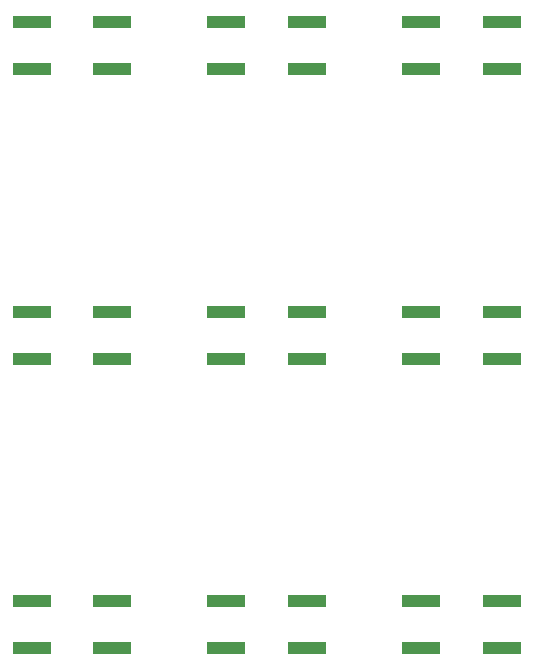
<source format=gbr>
%TF.GenerationSoftware,KiCad,Pcbnew,(6.0.0)*%
%TF.CreationDate,2021-12-29T03:16:53-05:00*%
%TF.ProjectId,panel,70616e65-6c2e-46b6-9963-61645f706362,rev?*%
%TF.SameCoordinates,Original*%
%TF.FileFunction,Paste,Top*%
%TF.FilePolarity,Positive*%
%FSLAX46Y46*%
G04 Gerber Fmt 4.6, Leading zero omitted, Abs format (unit mm)*
G04 Created by KiCad (PCBNEW (6.0.0)) date 2021-12-29 03:16:53*
%MOMM*%
%LPD*%
G01*
G04 APERTURE LIST*
%ADD10R,3.200000X1.000000*%
G04 APERTURE END LIST*
D10*
%TO.C,TEST*%
X79550011Y-80270004D03*
X86350011Y-80270004D03*
X79550011Y-84270004D03*
X86350011Y-84270004D03*
%TD*%
%TO.C,TEST*%
X69850004Y-80270004D03*
X63050004Y-80270004D03*
X63050004Y-84270004D03*
X69850004Y-84270004D03*
%TD*%
%TO.C,TEST*%
X46549997Y-80270004D03*
X53349997Y-80270004D03*
X53349997Y-84270004D03*
X46549997Y-84270004D03*
%TD*%
%TO.C,TEST*%
X53349997Y-104770011D03*
X46549997Y-104770011D03*
X53349997Y-108770011D03*
X46549997Y-108770011D03*
%TD*%
%TO.C,TEST*%
X69850004Y-104770011D03*
X63050004Y-104770011D03*
X69850004Y-108770011D03*
X63050004Y-108770011D03*
%TD*%
%TO.C,TEST*%
X86350011Y-104770011D03*
X79550011Y-104770011D03*
X79550011Y-108770011D03*
X86350011Y-108770011D03*
%TD*%
%TO.C,TEST*%
X46549997Y-55769997D03*
X53349997Y-55769997D03*
X46549997Y-59769997D03*
X53349997Y-59769997D03*
%TD*%
%TO.C,TEST*%
X63050004Y-55769997D03*
X69850004Y-55769997D03*
X69850004Y-59769997D03*
X63050004Y-59769997D03*
%TD*%
%TO.C,TEST*%
X86350011Y-55769997D03*
X79550011Y-55769997D03*
X79550011Y-59769997D03*
X86350011Y-59769997D03*
%TD*%
M02*

</source>
